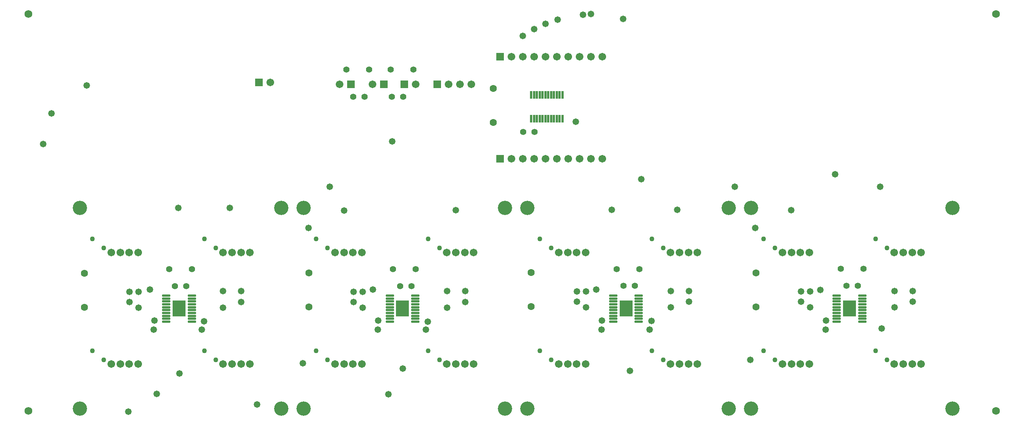
<source format=gts>
G04 Layer_Color=8388736*
%FSLAX25Y25*%
%MOIN*%
G70*
G01*
G75*
%ADD31R,0.02200X0.07100*%
%ADD32O,0.07493X0.02178*%
%ADD33R,0.11627X0.14304*%
%ADD34C,0.12611*%
%ADD35C,0.04343*%
%ADD36C,0.06706*%
%ADD37C,0.06312*%
%ADD38R,0.06706X0.06706*%
%ADD39C,0.06706*%
%ADD40C,0.05524*%
%ADD41C,0.06800*%
%ADD42C,0.05800*%
%ADD43C,0.02768*%
D31*
X726850Y423550D02*
D03*
X729350D02*
D03*
X731850D02*
D03*
X734350D02*
D03*
X736850D02*
D03*
X739350D02*
D03*
X741850D02*
D03*
X744350D02*
D03*
X746850D02*
D03*
X749350D02*
D03*
X751850D02*
D03*
X754350D02*
D03*
Y402650D02*
D03*
X751850D02*
D03*
X749350D02*
D03*
X746850D02*
D03*
X744350D02*
D03*
X741850D02*
D03*
X739350D02*
D03*
X736850D02*
D03*
X734350D02*
D03*
X731850D02*
D03*
X729350D02*
D03*
X726850D02*
D03*
D32*
X405559Y246559D02*
D03*
Y244000D02*
D03*
Y241441D02*
D03*
Y238882D02*
D03*
Y236323D02*
D03*
Y233764D02*
D03*
Y231205D02*
D03*
Y228646D02*
D03*
Y226087D02*
D03*
Y223528D02*
D03*
X428000Y246559D02*
D03*
Y244000D02*
D03*
Y241441D02*
D03*
Y238882D02*
D03*
Y236323D02*
D03*
Y233764D02*
D03*
Y231205D02*
D03*
Y228646D02*
D03*
Y226087D02*
D03*
Y223528D02*
D03*
X602340Y246559D02*
D03*
Y244000D02*
D03*
Y241441D02*
D03*
Y238882D02*
D03*
Y236323D02*
D03*
Y233764D02*
D03*
Y231205D02*
D03*
Y228646D02*
D03*
Y226087D02*
D03*
Y223528D02*
D03*
X624780Y246559D02*
D03*
Y244000D02*
D03*
Y241441D02*
D03*
Y238882D02*
D03*
Y236323D02*
D03*
Y233764D02*
D03*
Y231205D02*
D03*
Y228646D02*
D03*
Y226087D02*
D03*
Y223528D02*
D03*
X799120Y246559D02*
D03*
Y244000D02*
D03*
Y241441D02*
D03*
Y238882D02*
D03*
Y236323D02*
D03*
Y233764D02*
D03*
Y231205D02*
D03*
Y228646D02*
D03*
Y226087D02*
D03*
Y223528D02*
D03*
X821560Y246559D02*
D03*
Y244000D02*
D03*
Y241441D02*
D03*
Y238882D02*
D03*
Y236323D02*
D03*
Y233764D02*
D03*
Y231205D02*
D03*
Y228646D02*
D03*
Y226087D02*
D03*
Y223528D02*
D03*
X995900Y246559D02*
D03*
Y244000D02*
D03*
Y241441D02*
D03*
Y238882D02*
D03*
Y236323D02*
D03*
Y233764D02*
D03*
Y231205D02*
D03*
Y228646D02*
D03*
Y226087D02*
D03*
Y223528D02*
D03*
X1018341Y246559D02*
D03*
Y244000D02*
D03*
Y241441D02*
D03*
Y238882D02*
D03*
Y236323D02*
D03*
Y233764D02*
D03*
Y231205D02*
D03*
Y228646D02*
D03*
Y226087D02*
D03*
Y223528D02*
D03*
D33*
X416780Y235043D02*
D03*
X613560D02*
D03*
X810340Y235043D02*
D03*
X1007120D02*
D03*
D34*
X1097764Y146768D02*
D03*
Y323933D02*
D03*
X920599D02*
D03*
Y146768D02*
D03*
X723599D02*
D03*
Y323933D02*
D03*
X900764D02*
D03*
Y146768D02*
D03*
X703764D02*
D03*
Y323933D02*
D03*
X526599D02*
D03*
Y146768D02*
D03*
X329599D02*
D03*
Y323933D02*
D03*
X506764D02*
D03*
Y146768D02*
D03*
D35*
X1030000Y198000D02*
D03*
X1040000Y190000D02*
D03*
X931575Y198000D02*
D03*
X941575Y190000D02*
D03*
X1030000Y296425D02*
D03*
X1040000Y288425D02*
D03*
X931575Y296425D02*
D03*
X941575Y288425D02*
D03*
X744575D02*
D03*
X734575Y296425D02*
D03*
X843000Y288425D02*
D03*
X833000Y296425D02*
D03*
X744575Y190000D02*
D03*
X734575Y198000D02*
D03*
X843000Y190000D02*
D03*
X833000Y198000D02*
D03*
X636000D02*
D03*
X646000Y190000D02*
D03*
X537575Y198000D02*
D03*
X547575Y190000D02*
D03*
X636000Y296425D02*
D03*
X646000Y288425D02*
D03*
X537575Y296425D02*
D03*
X547575Y288425D02*
D03*
X350575D02*
D03*
X340575Y296425D02*
D03*
X449000Y288425D02*
D03*
X439000Y296425D02*
D03*
X350575Y190000D02*
D03*
X340575Y198000D02*
D03*
X449000Y190000D02*
D03*
X439000Y198000D02*
D03*
D36*
X1046583Y186138D02*
D03*
X1070205D02*
D03*
X1062331D02*
D03*
X1054457D02*
D03*
X948158D02*
D03*
X971780D02*
D03*
X963906D02*
D03*
X956032D02*
D03*
X1046583Y284563D02*
D03*
X1070205D02*
D03*
X1062331D02*
D03*
X1054457D02*
D03*
X948158D02*
D03*
X971780D02*
D03*
X963906D02*
D03*
X956032D02*
D03*
X759032D02*
D03*
X766906D02*
D03*
X774780D02*
D03*
X751158D02*
D03*
X857457D02*
D03*
X865331D02*
D03*
X873205D02*
D03*
X849583D02*
D03*
X759032Y186138D02*
D03*
X766906D02*
D03*
X774780D02*
D03*
X751158D02*
D03*
X857457D02*
D03*
X865331D02*
D03*
X873205D02*
D03*
X849583D02*
D03*
X652583D02*
D03*
X676205D02*
D03*
X668331D02*
D03*
X660457D02*
D03*
X554158D02*
D03*
X577780D02*
D03*
X569906D02*
D03*
X562032D02*
D03*
X652583Y284563D02*
D03*
X676205D02*
D03*
X668331D02*
D03*
X660457D02*
D03*
X554158D02*
D03*
X577780D02*
D03*
X569906D02*
D03*
X562032D02*
D03*
X365032D02*
D03*
X372906D02*
D03*
X380780D02*
D03*
X357158D02*
D03*
X463457D02*
D03*
X471331D02*
D03*
X479205D02*
D03*
X455583D02*
D03*
X365032Y186138D02*
D03*
X372906D02*
D03*
X380780D02*
D03*
X357158D02*
D03*
X463457D02*
D03*
X471331D02*
D03*
X479205D02*
D03*
X455583D02*
D03*
D37*
X924900Y236400D02*
D03*
Y266400D02*
D03*
X531000Y236500D02*
D03*
Y266500D02*
D03*
X726900Y266700D02*
D03*
Y236700D02*
D03*
X693600Y399100D02*
D03*
Y429100D02*
D03*
X333600Y236200D02*
D03*
Y266200D02*
D03*
D38*
X644100Y432800D02*
D03*
X699600Y367100D02*
D03*
X487200Y434400D02*
D03*
X568000Y433000D02*
D03*
X597000D02*
D03*
X615000D02*
D03*
X699600Y457100D02*
D03*
D39*
X654100Y432800D02*
D03*
X664100D02*
D03*
X674100D02*
D03*
X719600Y367100D02*
D03*
X789600D02*
D03*
X779600D02*
D03*
X769600D02*
D03*
X759600D02*
D03*
X749600D02*
D03*
X739600D02*
D03*
X729600D02*
D03*
X709600D02*
D03*
X497200Y434400D02*
D03*
X558000Y433000D02*
D03*
X587000D02*
D03*
X625000D02*
D03*
X719600Y457100D02*
D03*
X789600D02*
D03*
X779600D02*
D03*
X769600D02*
D03*
X759600D02*
D03*
X749600D02*
D03*
X739600D02*
D03*
X729600D02*
D03*
X709600D02*
D03*
D40*
X605100Y270000D02*
D03*
X625100D02*
D03*
X408000D02*
D03*
X428000D02*
D03*
X584000Y446000D02*
D03*
X564000D02*
D03*
X570000Y422000D02*
D03*
X580000D02*
D03*
X623000Y446000D02*
D03*
X603000D02*
D03*
X729700Y390900D02*
D03*
X719700D02*
D03*
X423000Y255000D02*
D03*
X413000D02*
D03*
X621467D02*
D03*
X611467D02*
D03*
X818100Y255200D02*
D03*
X808100D02*
D03*
X614000Y422000D02*
D03*
X604000D02*
D03*
X1014300Y255100D02*
D03*
X1004300D02*
D03*
X999500Y270200D02*
D03*
X1019500D02*
D03*
X802200Y270000D02*
D03*
X822200D02*
D03*
D41*
X1136000Y495000D02*
D03*
Y145000D02*
D03*
X284000D02*
D03*
Y495000D02*
D03*
D42*
X335600Y431700D02*
D03*
X297100Y380300D02*
D03*
X397200Y159700D02*
D03*
X372100Y144200D02*
D03*
X601100Y159400D02*
D03*
X613700Y182300D02*
D03*
X779300Y494700D02*
D03*
X304300Y407100D02*
D03*
X485500Y150400D02*
D03*
X525900Y186900D02*
D03*
X455500Y250500D02*
D03*
X417000Y177900D02*
D03*
X416200Y323700D02*
D03*
X855600Y322100D02*
D03*
X797700D02*
D03*
X1034050Y342450D02*
D03*
X906000Y342400D02*
D03*
X660332Y321868D02*
D03*
X924000Y306100D02*
D03*
X955832Y321768D02*
D03*
X530800Y306100D02*
D03*
X562032Y321368D02*
D03*
X461400Y323700D02*
D03*
X549550Y342350D02*
D03*
X832700Y224100D02*
D03*
X635900Y223600D02*
D03*
X438700Y224000D02*
D03*
X986600Y224666D02*
D03*
X986200Y216600D02*
D03*
X789100Y224466D02*
D03*
X788700Y216400D02*
D03*
X831000D02*
D03*
X592200Y224466D02*
D03*
X591800Y216400D02*
D03*
X634100D02*
D03*
X436900D02*
D03*
X394600D02*
D03*
X395000Y224466D02*
D03*
X1062800Y250600D02*
D03*
X981500Y251500D02*
D03*
X784200Y251900D02*
D03*
X391000Y251700D02*
D03*
X587600Y251800D02*
D03*
X972300Y250100D02*
D03*
X964300Y241100D02*
D03*
X1046800Y250600D02*
D03*
X972300Y236100D02*
D03*
X1062800Y241100D02*
D03*
X1046800Y236100D02*
D03*
X964300Y250100D02*
D03*
X775200D02*
D03*
X767200Y241100D02*
D03*
X849700Y250600D02*
D03*
X865700D02*
D03*
X775200Y236100D02*
D03*
X865700Y241100D02*
D03*
X849700Y236100D02*
D03*
X767200Y250100D02*
D03*
X578300Y250000D02*
D03*
X570300Y241000D02*
D03*
X652800Y250500D02*
D03*
X668800D02*
D03*
X578300Y236000D02*
D03*
X668800Y241000D02*
D03*
X652800Y236000D02*
D03*
X570300Y250000D02*
D03*
X373000D02*
D03*
X455500Y236000D02*
D03*
X471500Y241000D02*
D03*
X381000Y236000D02*
D03*
X471500Y250500D02*
D03*
X373000Y241000D02*
D03*
X381000Y250000D02*
D03*
X772400Y494300D02*
D03*
X807900Y490400D02*
D03*
X750100Y490000D02*
D03*
X813700Y180300D02*
D03*
X739300Y486100D02*
D03*
X919800Y190000D02*
D03*
X729600Y481400D02*
D03*
X1035600Y217400D02*
D03*
X719400Y475400D02*
D03*
X604300Y382400D02*
D03*
X823800Y349200D02*
D03*
X994500Y353500D02*
D03*
X766000Y400000D02*
D03*
D43*
X418945Y239374D02*
D03*
X414614Y235043D02*
D03*
X418945Y230713D02*
D03*
Y235043D02*
D03*
X414614Y239374D02*
D03*
Y230713D02*
D03*
X611395D02*
D03*
X615725D02*
D03*
X808175Y239374D02*
D03*
X812506D02*
D03*
X808175Y230713D02*
D03*
X812506D02*
D03*
X1004955Y239374D02*
D03*
Y235043D02*
D03*
Y230713D02*
D03*
X812506Y235043D02*
D03*
X808175D02*
D03*
X1009286Y230713D02*
D03*
Y235043D02*
D03*
Y239374D02*
D03*
X611395Y239374D02*
D03*
X615725Y235043D02*
D03*
Y239374D02*
D03*
X611395Y235043D02*
D03*
M02*

</source>
